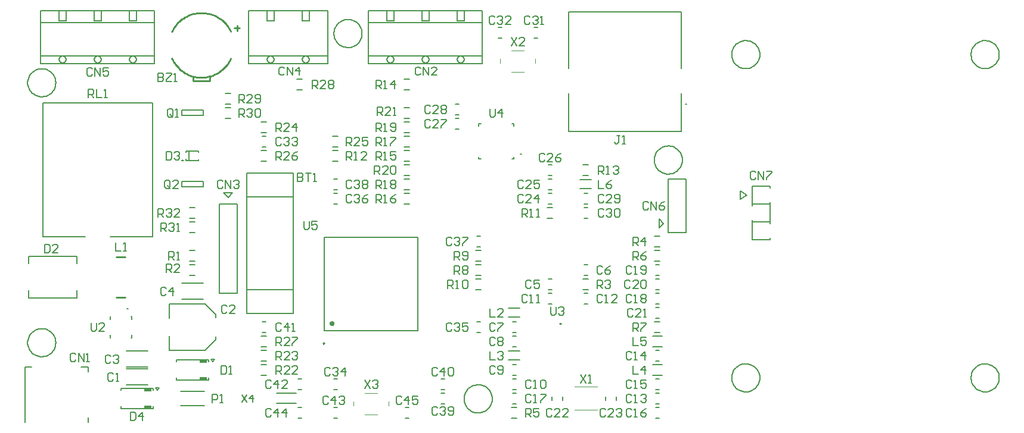
<source format=gto>
G04*
G04 #@! TF.GenerationSoftware,Altium Limited,Altium Designer,22.11.1 (43)*
G04*
G04 Layer_Color=65535*
%FSLAX26Y26*%
%MOIN*%
G70*
G04*
G04 #@! TF.SameCoordinates,D133BA17-E144-49A8-921F-F672E643092A*
G04*
G04*
G04 #@! TF.FilePolarity,Positive*
G04*
G01*
G75*
%ADD10C,0.007874*%
%ADD11C,0.005000*%
%ADD12C,0.010000*%
%ADD13C,0.004000*%
%ADD14R,0.040000X0.020000*%
G54D10*
X3763976Y1810079D02*
X3756102D01*
X3763976D01*
X2840748Y1531102D02*
X2832874D01*
X2840748D01*
X641339Y664528D02*
X633465D01*
X641339D01*
X1738189Y538189D02*
X2261811D01*
Y1061811D01*
X1738189D02*
X2261811D01*
X1738189Y538189D02*
Y1061811D01*
G54D11*
X1653543Y2058268D02*
X1650906Y2068110D01*
X1643701Y2075315D01*
X1633858Y2077953D01*
X1624016Y2075315D01*
X1616811Y2068110D01*
X1614173Y2058268D01*
X1616811Y2048425D01*
X1624016Y2041220D01*
X1633858Y2038583D01*
X1643701Y2041220D01*
X1650906Y2048425D01*
X1653543Y2058268D01*
X1456693D02*
X1454056Y2068110D01*
X1446850Y2075315D01*
X1437008Y2077953D01*
X1427165Y2075315D01*
X1419960Y2068110D01*
X1417323Y2058268D01*
X1419960Y2048425D01*
X1427165Y2041220D01*
X1437008Y2038583D01*
X1446850Y2041220D01*
X1454056Y2048425D01*
X1456693Y2058268D01*
X2125984D02*
X2123347Y2068110D01*
X2116142Y2075315D01*
X2106299Y2077953D01*
X2096457Y2075315D01*
X2089251Y2068110D01*
X2086614Y2058268D01*
X2089251Y2048425D01*
X2096457Y2041220D01*
X2106299Y2038583D01*
X2116142Y2041220D01*
X2123347Y2048425D01*
X2125984Y2058268D01*
X2519685D02*
X2517048Y2068110D01*
X2509843Y2075315D01*
X2500000Y2077953D01*
X2490157Y2075315D01*
X2482952Y2068110D01*
X2480315Y2058268D01*
X2482952Y2048425D01*
X2490157Y2041220D01*
X2500000Y2038583D01*
X2509843Y2041220D01*
X2517048Y2048425D01*
X2519685Y2058268D01*
X2322835D02*
X2320197Y2068110D01*
X2312992Y2075315D01*
X2303150Y2077953D01*
X2293307Y2075315D01*
X2286102Y2068110D01*
X2283465Y2058268D01*
X2286102Y2048425D01*
X2293307Y2041220D01*
X2303150Y2038583D01*
X2312992Y2041220D01*
X2320197Y2048425D01*
X2322835Y2058268D01*
X489685D02*
X487048Y2068110D01*
X479842Y2075315D01*
X470000Y2077953D01*
X460158Y2075315D01*
X452952Y2068110D01*
X450315Y2058268D01*
X452952Y2048425D01*
X460158Y2041220D01*
X470000Y2038583D01*
X479842Y2041220D01*
X487048Y2048425D01*
X489685Y2058268D01*
X686535D02*
X683898Y2068110D01*
X676693Y2075315D01*
X666850Y2077953D01*
X657008Y2075315D01*
X649803Y2068110D01*
X647165Y2058268D01*
X649803Y2048425D01*
X657008Y2041220D01*
X666850Y2038583D01*
X676693Y2041220D01*
X683898Y2048425D01*
X686535Y2058268D01*
X292835D02*
X290197Y2068110D01*
X282992Y2075315D01*
X273150Y2077953D01*
X263307Y2075315D01*
X256102Y2068110D01*
X253465Y2058268D01*
X256102Y2048425D01*
X263307Y2041220D01*
X273150Y2038583D01*
X282992Y2041220D01*
X290197Y2048425D01*
X292835Y2058268D01*
X5511811Y275591D02*
X5511165Y285660D01*
X5509236Y295563D01*
X5506056Y305139D01*
X5501679Y314230D01*
X5496174Y322686D01*
X5489634Y330369D01*
X5482165Y337152D01*
X5473889Y342925D01*
X5464944Y347592D01*
X5455475Y351076D01*
X5445638Y353322D01*
X5435595Y354290D01*
X5425510Y353967D01*
X5415550Y352357D01*
X5405877Y349486D01*
X5396650Y345402D01*
X5388022Y340171D01*
X5380134Y333880D01*
X5373114Y326632D01*
X5367080Y318546D01*
X5362128Y309755D01*
X5358342Y300402D01*
X5355783Y290642D01*
X5354493Y280635D01*
Y270546D01*
X5355783Y260539D01*
X5358342Y250779D01*
X5362128Y241427D01*
X5367080Y232635D01*
X5373114Y224549D01*
X5380134Y217301D01*
X5388022Y211010D01*
X5396650Y205780D01*
X5405877Y201695D01*
X5415550Y198825D01*
X5425510Y197214D01*
X5435595Y196891D01*
X5445638Y197860D01*
X5455475Y200105D01*
X5464944Y203589D01*
X5473889Y208256D01*
X5482164Y214029D01*
X5489634Y220812D01*
X5496174Y228495D01*
X5501679Y236951D01*
X5506056Y246042D01*
X5509236Y255618D01*
X5511165Y265521D01*
X5511811Y275590D01*
X4173228Y275591D02*
X4172582Y285660D01*
X4170653Y295563D01*
X4167474Y305139D01*
X4163096Y314230D01*
X4157592Y322686D01*
X4151051Y330369D01*
X4143582Y337152D01*
X4135306Y342925D01*
X4126361Y347592D01*
X4116892Y351076D01*
X4107055Y353322D01*
X4097012Y354290D01*
X4086927Y353967D01*
X4076967Y352357D01*
X4067294Y349486D01*
X4058068Y345402D01*
X4049440Y340171D01*
X4041551Y333880D01*
X4034532Y326632D01*
X4028497Y318546D01*
X4023546Y309755D01*
X4019759Y300402D01*
X4017200Y290642D01*
X4015910Y280635D01*
Y270546D01*
X4017200Y260539D01*
X4019759Y250779D01*
X4023546Y241427D01*
X4028497Y232635D01*
X4034532Y224549D01*
X4041551Y217301D01*
X4049440Y211010D01*
X4058068Y205780D01*
X4067294Y201695D01*
X4076967Y198825D01*
X4086927Y197214D01*
X4097012Y196891D01*
X4107055Y197860D01*
X4116892Y200105D01*
X4126361Y203589D01*
X4135306Y208256D01*
X4143582Y214029D01*
X4151051Y220812D01*
X4157592Y228495D01*
X4163096Y236951D01*
X4167474Y246042D01*
X4170653Y255618D01*
X4172582Y265521D01*
X4173228Y275590D01*
X5511811Y2086614D02*
X5511165Y2096683D01*
X5509236Y2106587D01*
X5506056Y2116163D01*
X5501679Y2125253D01*
X5496174Y2133709D01*
X5489634Y2141392D01*
X5482165Y2148176D01*
X5473889Y2153948D01*
X5464944Y2158615D01*
X5455475Y2162100D01*
X5445638Y2164345D01*
X5435595Y2165314D01*
X5425510Y2164991D01*
X5415550Y2163380D01*
X5405877Y2160509D01*
X5396650Y2156425D01*
X5388022Y2151195D01*
X5380134Y2144904D01*
X5373114Y2137656D01*
X5367080Y2129570D01*
X5362128Y2120778D01*
X5358342Y2111426D01*
X5355783Y2101666D01*
X5354493Y2091659D01*
Y2081569D01*
X5355783Y2071562D01*
X5358342Y2061802D01*
X5362128Y2052450D01*
X5367080Y2043659D01*
X5373114Y2035573D01*
X5380134Y2028325D01*
X5388022Y2022034D01*
X5396650Y2016803D01*
X5405877Y2012719D01*
X5415550Y2009848D01*
X5425510Y2008238D01*
X5435595Y2007915D01*
X5445638Y2008883D01*
X5455475Y2011129D01*
X5464944Y2014613D01*
X5473889Y2019280D01*
X5482164Y2025053D01*
X5489634Y2031836D01*
X5496174Y2039519D01*
X5501679Y2047975D01*
X5506056Y2057065D01*
X5509236Y2066641D01*
X5511165Y2076545D01*
X5511811Y2086614D01*
X4173228Y2086614D02*
X4172582Y2096683D01*
X4170653Y2106587D01*
X4167474Y2116163D01*
X4163096Y2125253D01*
X4157592Y2133709D01*
X4151051Y2141392D01*
X4143582Y2148176D01*
X4135306Y2153948D01*
X4126361Y2158615D01*
X4116892Y2162100D01*
X4107055Y2164345D01*
X4097012Y2165314D01*
X4086927Y2164991D01*
X4076967Y2163380D01*
X4067294Y2160509D01*
X4058068Y2156425D01*
X4049440Y2151195D01*
X4041551Y2144904D01*
X4034532Y2137656D01*
X4028497Y2129570D01*
X4023546Y2120778D01*
X4019759Y2111426D01*
X4017200Y2101666D01*
X4015910Y2091659D01*
Y2081569D01*
X4017200Y2071562D01*
X4019759Y2061802D01*
X4023546Y2052450D01*
X4028497Y2043659D01*
X4034532Y2035573D01*
X4041551Y2028325D01*
X4049440Y2022034D01*
X4058068Y2016803D01*
X4067294Y2012719D01*
X4076967Y2009848D01*
X4086927Y2008238D01*
X4097012Y2007915D01*
X4107055Y2008883D01*
X4116892Y2011129D01*
X4126361Y2014613D01*
X4135306Y2019280D01*
X4143582Y2025053D01*
X4151051Y2031836D01*
X4157592Y2039519D01*
X4163096Y2047975D01*
X4167474Y2057065D01*
X4170653Y2066641D01*
X4172582Y2076545D01*
X4173228Y2086614D01*
X2677165Y157480D02*
X2676519Y167549D01*
X2674590Y177453D01*
X2671411Y187029D01*
X2667033Y196119D01*
X2661529Y204576D01*
X2654988Y212258D01*
X2647519Y219042D01*
X2639244Y224814D01*
X2630298Y229481D01*
X2620829Y232966D01*
X2610992Y235211D01*
X2600949Y236180D01*
X2590864Y235857D01*
X2580904Y234246D01*
X2571231Y231375D01*
X2562005Y227291D01*
X2553377Y222061D01*
X2545488Y215770D01*
X2538469Y208522D01*
X2532434Y200436D01*
X2527483Y191644D01*
X2523696Y182292D01*
X2521137Y172532D01*
X2519847Y162525D01*
Y152435D01*
X2521137Y142428D01*
X2523696Y132669D01*
X2527483Y123316D01*
X2532434Y114525D01*
X2538469Y106439D01*
X2545488Y99191D01*
X2553377Y92900D01*
X2562005Y87669D01*
X2571231Y83585D01*
X2580904Y80714D01*
X2590864Y79104D01*
X2600949Y78781D01*
X2610992Y79749D01*
X2620829Y81995D01*
X2630298Y85479D01*
X2639243Y90146D01*
X2647519Y95919D01*
X2654988Y102702D01*
X2661529Y110385D01*
X2667033Y118841D01*
X2671411Y127931D01*
X2674590Y137507D01*
X2676519Y147411D01*
X2677165Y157480D01*
X3740157Y1496063D02*
X3739511Y1506132D01*
X3737582Y1516036D01*
X3734403Y1525612D01*
X3730025Y1534702D01*
X3724521Y1543158D01*
X3717980Y1550841D01*
X3710511Y1557625D01*
X3702236Y1563397D01*
X3693290Y1568064D01*
X3683821Y1571549D01*
X3673984Y1573794D01*
X3663941Y1574763D01*
X3653856Y1574439D01*
X3643896Y1572829D01*
X3634223Y1569958D01*
X3624997Y1565874D01*
X3616369Y1560643D01*
X3608480Y1554353D01*
X3601461Y1547105D01*
X3595426Y1539018D01*
X3590475Y1530227D01*
X3586689Y1520875D01*
X3584129Y1511115D01*
X3582839Y1501108D01*
Y1491018D01*
X3584129Y1481011D01*
X3586689Y1471251D01*
X3590475Y1461899D01*
X3595426Y1453108D01*
X3601461Y1445021D01*
X3608480Y1437773D01*
X3616369Y1431483D01*
X3624997Y1426252D01*
X3634223Y1422168D01*
X3643896Y1419297D01*
X3653856Y1417687D01*
X3663941Y1417363D01*
X3673984Y1418332D01*
X3683821Y1420577D01*
X3693290Y1424062D01*
X3702235Y1428729D01*
X3710511Y1434501D01*
X3717980Y1441285D01*
X3724521Y1448967D01*
X3730025Y1457424D01*
X3734403Y1466514D01*
X3737582Y1476090D01*
X3739511Y1485994D01*
X3740157Y1496063D01*
X1948819Y2204724D02*
X1948172Y2214794D01*
X1946244Y2224697D01*
X1943064Y2234273D01*
X1938687Y2243364D01*
X1933182Y2251820D01*
X1926642Y2259503D01*
X1919172Y2266286D01*
X1910897Y2272059D01*
X1901951Y2276725D01*
X1892483Y2280210D01*
X1882646Y2282455D01*
X1872602Y2283424D01*
X1862518Y2283101D01*
X1852557Y2281490D01*
X1842885Y2278620D01*
X1833658Y2274535D01*
X1825030Y2269305D01*
X1817142Y2263014D01*
X1810122Y2255766D01*
X1804088Y2247680D01*
X1799136Y2238889D01*
X1795350Y2229536D01*
X1792791Y2219776D01*
X1791500Y2209769D01*
Y2199680D01*
X1792791Y2189673D01*
X1795350Y2179913D01*
X1799136Y2170560D01*
X1804088Y2161769D01*
X1810122Y2153683D01*
X1817142Y2146435D01*
X1825030Y2140144D01*
X1833658Y2134913D01*
X1842885Y2130829D01*
X1852557Y2127958D01*
X1862518Y2126348D01*
X1872602Y2126025D01*
X1882646Y2126994D01*
X1892482Y2129239D01*
X1901951Y2132723D01*
X1910897Y2137390D01*
X1919172Y2143163D01*
X1926642Y2149946D01*
X1933182Y2157629D01*
X1938686Y2166085D01*
X1943064Y2175176D01*
X1946244Y2184751D01*
X1948172Y2194655D01*
X1948819Y2204724D01*
X236220Y1929134D02*
X235574Y1939203D01*
X233645Y1949107D01*
X230466Y1958682D01*
X226088Y1967773D01*
X220584Y1976229D01*
X214043Y1983912D01*
X206574Y1990696D01*
X198299Y1996468D01*
X189353Y2001135D01*
X179884Y2004620D01*
X170047Y2006865D01*
X160004Y2007834D01*
X149919Y2007510D01*
X139959Y2005900D01*
X130286Y2003029D01*
X121060Y1998945D01*
X112432Y1993714D01*
X104543Y1987424D01*
X97524Y1980176D01*
X91489Y1972089D01*
X86538Y1963298D01*
X82751Y1953946D01*
X80192Y1944186D01*
X78902Y1934179D01*
Y1924089D01*
X80192Y1914082D01*
X82751Y1904322D01*
X86538Y1894970D01*
X91489Y1886178D01*
X97524Y1878092D01*
X104543Y1870844D01*
X112432Y1864553D01*
X121060Y1859323D01*
X130286Y1855239D01*
X139959Y1852368D01*
X149919Y1850758D01*
X160004Y1850434D01*
X170047Y1851403D01*
X179884Y1853648D01*
X189353Y1857133D01*
X198298Y1861800D01*
X206574Y1867572D01*
X214043Y1874356D01*
X220584Y1882038D01*
X226088Y1890495D01*
X230466Y1899585D01*
X233645Y1909161D01*
X235574Y1919065D01*
X236220Y1929134D01*
Y472441D02*
X235574Y482510D01*
X233645Y492414D01*
X230466Y501990D01*
X226088Y511080D01*
X220584Y519536D01*
X214043Y527219D01*
X206574Y534003D01*
X198299Y539775D01*
X189353Y544442D01*
X179884Y547927D01*
X170047Y550172D01*
X160004Y551141D01*
X149919Y550817D01*
X139959Y549207D01*
X130286Y546336D01*
X121060Y542252D01*
X112432Y537021D01*
X104543Y530731D01*
X97524Y523482D01*
X91489Y515396D01*
X86538Y506605D01*
X82751Y497253D01*
X80192Y487493D01*
X78902Y477486D01*
Y467396D01*
X80192Y457389D01*
X82751Y447629D01*
X86538Y438277D01*
X91489Y429485D01*
X97524Y421399D01*
X104543Y414151D01*
X112432Y407860D01*
X121060Y402630D01*
X130286Y398546D01*
X139959Y395675D01*
X149919Y394065D01*
X160004Y393741D01*
X170047Y394710D01*
X179884Y396955D01*
X189353Y400440D01*
X198298Y405107D01*
X206574Y410879D01*
X214043Y417663D01*
X220584Y425345D01*
X226088Y433801D01*
X230466Y442892D01*
X233645Y452468D01*
X235574Y462372D01*
X236220Y472441D01*
X1740158Y469291D02*
X1732284D01*
X1740158D01*
X1741788D02*
X1733437Y474113D01*
Y464469D01*
X1741788Y469291D01*
X1789032Y583465D02*
X1780681Y588286D01*
Y578643D01*
X1789032Y583465D01*
X1783465Y579528D02*
X1775591D01*
X1783465D01*
X1785095D02*
X1776744Y584349D01*
Y574706D01*
X1785095Y579528D01*
X1788331D02*
X1783929Y587152D01*
X1775126D01*
X1770724Y579528D01*
X1775126Y571904D01*
X1783929D01*
X1788331Y579528D01*
X1790663D02*
X1786470Y588234D01*
X1777050Y590384D01*
X1769495Y584359D01*
Y574696D01*
X1777050Y568671D01*
X1786470Y570822D01*
X1790663Y579528D01*
X62835Y26535D02*
Y337559D01*
X417165Y26535D02*
X417165Y54094D01*
Y310000D02*
Y337559D01*
X62835D02*
X102205D01*
X377795D02*
X417165D01*
X3735000Y2010079D02*
Y2327008D01*
Y1654567D02*
Y1870079D01*
X3105079Y1654567D02*
X3735000D01*
X3105079D02*
Y1870079D01*
Y2010079D02*
Y2327008D01*
X3735000D01*
X940000Y715000D02*
X1060000D01*
X940000Y805000D02*
X1060000D01*
X630000Y335000D02*
X750000D01*
X630000Y425000D02*
X750000D01*
X630000Y235000D02*
X750000D01*
X630000Y325000D02*
X750000D01*
X870000Y611000D02*
Y690000D01*
Y430000D02*
Y509000D01*
X1130000Y613000D02*
Y630079D01*
Y489921D02*
Y507000D01*
X1070079Y430079D02*
X1129921Y489921D01*
X870079Y430079D02*
X1070079D01*
Y689921D02*
X1129921Y630079D01*
X870079Y689921D02*
X1070079D01*
X1303071Y636299D02*
Y1423701D01*
X1562913Y636299D02*
Y1423701D01*
X1303071Y636299D02*
X1562913D01*
X1303071Y1423701D02*
X1562913D01*
X1303071Y770158D02*
X1562913D01*
X1303071Y1289842D02*
X1562913D01*
X4063497Y1277059D02*
Y1322941D01*
Y1277059D02*
X4101732Y1300000D01*
X4063497Y1322941D02*
X4101732Y1300000D01*
X4230079Y1140000D02*
Y1260000D01*
X4131654Y1240000D02*
Y1349213D01*
Y1050787D02*
Y1160000D01*
Y1349213D02*
X4230079D01*
Y1340000D02*
Y1349213D01*
X4131654Y1050787D02*
X4230079D01*
Y1060000D01*
X4131654Y1250000D02*
X4230079D01*
X4131654Y1150000D02*
X4230079D01*
X2910000Y2240000D02*
X2930000D01*
X2910000Y2180000D02*
X2930000D01*
X2710000D02*
X2730000D01*
X2710000Y2240000D02*
X2730000D01*
X1314961Y2034646D02*
X1755906D01*
X1314961Y2333858D02*
X1755906D01*
X1314961Y2034646D02*
Y2333858D01*
X1755906Y2034646D02*
Y2333858D01*
X1315433Y2077953D02*
X1755433D01*
X1653543Y2274803D02*
Y2333858D01*
X1614173Y2274803D02*
X1653543D01*
X1614173D02*
Y2333858D01*
X1456693Y2274803D02*
Y2333858D01*
X1417323Y2274803D02*
X1456693D01*
X1417323D02*
Y2333858D01*
X1984252Y2077953D02*
X2622047D01*
Y2264961D02*
Y2333858D01*
X2519685Y2274803D02*
Y2333858D01*
X2480315Y2274803D02*
X2519685D01*
X2480315D02*
Y2333858D01*
X2322835Y2274803D02*
Y2333858D01*
X2283465Y2274803D02*
Y2333858D01*
X2086614Y2274803D02*
Y2333858D01*
Y2274803D02*
X2125984D01*
Y2333858D01*
X1984252Y2264961D02*
Y2333858D01*
X2283465Y2274803D02*
X2322835D01*
X1984252Y2333858D02*
X2622047Y2333858D01*
X1984252Y2264961D02*
X2622047Y2264961D01*
X1984252Y2034646D02*
Y2264961D01*
Y2034646D02*
X2622047D01*
Y2264961D01*
X788898Y2034646D02*
Y2264961D01*
X151102Y2034646D02*
X788898D01*
X151102D02*
Y2264961D01*
X788898Y2264961D01*
X151102Y2333858D02*
X788898Y2333858D01*
X450315Y2274803D02*
X489685D01*
X151102Y2264961D02*
Y2333858D01*
X292835Y2274803D02*
Y2333858D01*
X253465Y2274803D02*
X292835D01*
X253465D02*
Y2333858D01*
X450315Y2274803D02*
Y2333858D01*
X489685Y2274803D02*
Y2333858D01*
X647165Y2274803D02*
Y2333858D01*
Y2274803D02*
X686535D01*
Y2333858D01*
X788898Y2264961D02*
Y2333858D01*
X151102Y2077953D02*
X788898D01*
X162913Y1065355D02*
X399134D01*
X540866D02*
X777087D01*
Y1817323D01*
X162913D02*
X777087D01*
X162913Y1065355D02*
Y1817323D01*
X2601575Y1698425D02*
X2613189D01*
X2601575Y1501575D02*
X2613189D01*
X2786811Y1698425D02*
X2798425D01*
X2786811Y1501575D02*
X2798425D01*
X2601575Y1686811D02*
Y1698425D01*
Y1501575D02*
Y1513189D01*
X2798425Y1686811D02*
Y1698425D01*
Y1501575D02*
Y1513189D01*
X354941Y723760D02*
Y765197D01*
X85059Y723760D02*
X354941D01*
X85059D02*
Y765197D01*
X354941Y914803D02*
Y956240D01*
X85059D02*
X354941D01*
X85059Y914803D02*
Y956240D01*
X3660000Y1390000D02*
X3760000D01*
X3660000Y1090000D02*
Y1390000D01*
X3760000Y1090000D02*
Y1390000D01*
X3660000Y1090000D02*
X3760000D01*
X3610000Y1115000D02*
X3635000Y1140000D01*
X3610000Y1115000D02*
Y1165000D01*
X3635000Y1140000D01*
X1105000Y380000D02*
X1115000Y365000D01*
X1125000Y380000D01*
X1105000D02*
X1125000D01*
X1090551Y365000D02*
Y377480D01*
Y262520D02*
Y275000D01*
X909449Y262520D02*
Y275000D01*
Y365000D02*
Y377480D01*
Y262520D02*
X1090551D01*
X909449Y377480D02*
X1090551D01*
X599449Y217480D02*
X780551D01*
X599449Y102520D02*
X780551D01*
X599449Y205000D02*
Y217480D01*
Y102520D02*
Y115000D01*
X780551Y102520D02*
Y115000D01*
Y205000D02*
Y217480D01*
X795000Y220000D02*
X815000D01*
X805000Y205000D02*
X815000Y220000D01*
X795000D02*
X805000Y205000D01*
X1150000Y750000D02*
X1250000D01*
Y1250000D01*
X1150000Y750000D02*
Y1250000D01*
X1250000D01*
X1175000Y1312500D02*
X1200000Y1287500D01*
X1175000Y1312500D02*
X1225000D01*
X1200000Y1287500D02*
X1225000Y1312500D01*
X2185000Y1950000D02*
X2215000D01*
X2185000Y1890000D02*
X2215000D01*
X2470000Y1730000D02*
X2490000D01*
X2470000Y1670000D02*
X2490000D01*
X2470000Y1810000D02*
X2490000D01*
X2470000Y1750000D02*
X2490000D01*
X1785000Y1490000D02*
X1815000D01*
X1785000Y1550000D02*
X1815000D01*
X1390000Y1570000D02*
X1410000D01*
X1390000Y1630000D02*
X1410000D01*
X1385000Y1710000D02*
X1415000D01*
X1385000Y1650000D02*
X1415000D01*
X1385000Y1490000D02*
X1415000D01*
X1385000Y1550000D02*
X1415000D01*
X1785000Y1630000D02*
X1815000D01*
X1785000Y1570000D02*
X1815000D01*
X2985000Y1230000D02*
X3015000D01*
X2985000Y1170000D02*
X3015000D01*
X2990000Y1250000D02*
X3010000D01*
X2990000Y1310000D02*
X3010000D01*
X3190000Y1230000D02*
X3210000D01*
X3190000Y1170000D02*
X3210000D01*
X3190000Y1310000D02*
X3210000D01*
X3190000Y1250000D02*
X3210000D01*
X3185000Y1410000D02*
X3215000D01*
X3185000Y1470000D02*
X3215000D01*
X2585000Y830000D02*
X2615000D01*
X2585000Y770000D02*
X2615000D01*
X2585000Y910000D02*
X2615000D01*
X2585000Y850000D02*
X2615000D01*
X2585000Y990000D02*
X2615000D01*
X2585000Y930000D02*
X2615000D01*
X1385000Y450000D02*
X1415000D01*
X1385000Y510000D02*
X1415000D01*
X2990000Y1410000D02*
X3010000D01*
X2990000Y1470000D02*
X3010000D01*
X2990000Y1330000D02*
X3010000D01*
X2990000Y1390000D02*
X3010000D01*
X3168504Y1385000D02*
X3231496D01*
X3168504Y1335000D02*
X3231496D01*
X2183543Y1390000D02*
X2213543D01*
X2183543Y1330000D02*
X2213543D01*
X2185000Y1310000D02*
X2215000D01*
X2185000Y1250000D02*
X2215000D01*
X2185000Y1630000D02*
X2215000D01*
X2185000Y1570000D02*
X2215000D01*
X2183543Y1470000D02*
X2213543D01*
X2183543Y1410000D02*
X2213543D01*
X2185000Y1550000D02*
X2215000D01*
X2185000Y1490000D02*
X2215000D01*
X2185000Y1790000D02*
X2215000D01*
X2185000Y1730000D02*
X2215000D01*
X2185000Y1710000D02*
X2215000D01*
X2185000Y1650000D02*
X2215000D01*
X1585000Y1950000D02*
X1615000D01*
X1585000Y1890000D02*
X1615000D01*
X1385000Y430000D02*
X1415000D01*
X1385000Y370000D02*
X1415000D01*
X1385000Y350000D02*
X1415000D01*
X1385000Y290000D02*
X1415000D01*
X940000Y1745000D02*
Y1775000D01*
X1060000D01*
Y1745000D02*
Y1775000D01*
X940000Y1745000D02*
X1060000D01*
X1185000Y1790000D02*
X1215000D01*
X1185000Y1730000D02*
X1215000D01*
X1185000Y1810000D02*
X1215000D01*
X1185000Y1870000D02*
X1215000D01*
X985000Y990000D02*
X1015000D01*
X985000Y930000D02*
X1015000D01*
X2590000Y590000D02*
X2610000D01*
X2590000Y530000D02*
X2610000D01*
X2390000Y210000D02*
X2410000D01*
X2390000Y270000D02*
X2410000D01*
X2390000Y190000D02*
X2410000D01*
X2390000Y130000D02*
X2410000D01*
X2190000Y110000D02*
X2210000D01*
X2190000Y50000D02*
X2210000D01*
X1790000Y110000D02*
X1810000D01*
X1790000Y50000D02*
X1810000D01*
X1469000Y131457D02*
X1581000D01*
X1469000Y188543D02*
X1581000D01*
X1790000Y270000D02*
X1810000D01*
X1790000Y210000D02*
X1810000D01*
X2590000Y1010000D02*
X2610000D01*
X2590000Y1070000D02*
X2610000D01*
X1790000Y1330000D02*
X1810000D01*
X1790000Y1390000D02*
X1810000D01*
X1590000Y110000D02*
X1610000D01*
X1590000Y50000D02*
X1610000D01*
X1790000Y1250000D02*
X1810000D01*
X1790000Y1310000D02*
X1810000D01*
X985000Y1090000D02*
X1015000D01*
X985000Y1150000D02*
X1015000D01*
X540945Y619055D02*
X541732D01*
X658268D02*
X659055D01*
X540945Y500945D02*
Y515905D01*
Y604095D02*
Y619055D01*
Y500945D02*
X541732D01*
X658268D02*
X659055D01*
Y515905D01*
Y604095D02*
Y619055D01*
X985000Y910000D02*
X1015000D01*
X985000Y850000D02*
X1015000D01*
X933071Y120630D02*
X1066929D01*
X933071Y199370D02*
X1066929D01*
X981000Y1493000D02*
Y1547559D01*
X964567D02*
X1035433D01*
X964567Y1492441D02*
X1035433D01*
X945500Y1496500D02*
X950500Y1491500D01*
X940500D02*
X950500D01*
X940500D02*
X945500Y1496500D01*
X1035433Y1540000D02*
Y1547559D01*
Y1492441D02*
Y1501000D01*
X964567Y1492441D02*
Y1502000D01*
Y1540000D02*
Y1547559D01*
X940000Y1345000D02*
Y1375000D01*
X1060000D01*
Y1345000D02*
Y1375000D01*
X940000Y1345000D02*
X1060000D01*
X985000Y1230000D02*
X1015000D01*
X985000Y1170000D02*
X1015000D01*
X2785000Y50000D02*
X2815000D01*
X2785000Y110000D02*
X2815000D01*
X3585000Y1070000D02*
X3615000D01*
X3585000Y1010000D02*
X3615000D01*
X3590000Y430000D02*
X3610000D01*
X3590000Y370000D02*
X3610000D01*
X3590000Y210000D02*
X3610000D01*
X3590000Y270000D02*
X3610000D01*
X3590000Y750000D02*
X3610000D01*
X3590000Y690000D02*
X3610000D01*
X3585000Y990000D02*
X3615000D01*
X3585000Y930000D02*
X3615000D01*
X3190000Y910000D02*
X3210000D01*
X3190000Y850000D02*
X3210000D01*
X3590000Y110000D02*
X3610000D01*
X3590000Y50000D02*
X3610000D01*
X3590000Y130000D02*
X3610000D01*
X3590000Y190000D02*
X3610000D01*
X3590000Y910000D02*
X3610000D01*
X3590000Y850000D02*
X3610000D01*
X3590000Y830000D02*
X3610000D01*
X3590000Y770000D02*
X3610000D01*
X3585000Y590000D02*
X3615000D01*
X3585000Y530000D02*
X3615000D01*
X3590000Y670000D02*
X3610000D01*
X3590000Y610000D02*
X3610000D01*
X3572441Y350000D02*
X3627559D01*
X3572441Y290000D02*
X3627559D01*
X3572441Y510000D02*
X3627559D01*
X3572441Y450000D02*
X3627559D01*
X2790000Y130000D02*
X2810000D01*
X2790000Y190000D02*
X2810000D01*
X2790000Y350000D02*
X2810000D01*
X2790000Y290000D02*
X2810000D01*
X2790000Y210000D02*
X2810000D01*
X2790000Y270000D02*
X2810000D01*
X2790000Y590000D02*
X2810000D01*
X2790000Y530000D02*
X2810000D01*
X2790000Y450000D02*
X2810000D01*
X2790000Y510000D02*
X2810000D01*
X2768504Y665000D02*
X2831496D01*
X2768504Y615000D02*
X2831496D01*
X2768504Y375000D02*
X2831496D01*
X2768504Y425000D02*
X2831496D01*
X3370000Y150000D02*
Y170000D01*
X3310000Y150000D02*
Y170000D01*
X3010000Y150000D02*
Y170000D01*
X3070000Y150000D02*
Y170000D01*
X3185000Y770000D02*
X3215000D01*
X3185000Y830000D02*
X3215000D01*
X3190000Y750000D02*
X3210000D01*
X3190000Y690000D02*
X3210000D01*
X2990000Y770000D02*
X3010000D01*
X2990000Y830000D02*
X3010000D01*
X2990000Y690000D02*
X3010000D01*
X2990000Y750000D02*
X3010000D01*
X1390000Y530000D02*
X1410000D01*
X1390000Y590000D02*
X1410000D01*
X1590000Y210000D02*
X1610000D01*
X1590000Y270000D02*
X1610000D01*
X3390000Y1632493D02*
X3375005D01*
X3382502D01*
Y1595005D01*
X3375005Y1587507D01*
X3367507D01*
X3360010Y1595005D01*
X3404995Y1587507D02*
X3419990D01*
X3412493D01*
Y1632493D01*
X3404995Y1624995D01*
X417517Y1847507D02*
Y1892493D01*
X440010D01*
X447507Y1884995D01*
Y1870000D01*
X440010Y1862503D01*
X417517D01*
X432512D02*
X447507Y1847507D01*
X462502Y1892493D02*
Y1847507D01*
X492493D01*
X507488D02*
X522483D01*
X514986D01*
Y1892493D01*
X507488Y1884995D01*
X172512Y1022493D02*
Y977507D01*
X195005D01*
X202502Y985005D01*
Y1014995D01*
X195005Y1022493D01*
X172512D01*
X247488Y977507D02*
X217498D01*
X247488Y1007498D01*
Y1014995D01*
X239990Y1022493D01*
X224995D01*
X217498Y1014995D01*
X347507Y404995D02*
X340010Y412493D01*
X325014D01*
X317517Y404995D01*
Y375005D01*
X325014Y367507D01*
X340010D01*
X347507Y375005D01*
X362502Y367507D02*
Y412493D01*
X392493Y367507D01*
Y412493D01*
X407488Y367507D02*
X422483D01*
X414986D01*
Y412493D01*
X407488Y404995D01*
X652512Y82493D02*
Y37507D01*
X675005D01*
X682502Y45005D01*
Y74995D01*
X675005Y82493D01*
X652512D01*
X719990Y37507D02*
Y82493D01*
X697498Y60000D01*
X727488D01*
X4150010Y1424995D02*
X4142512Y1432493D01*
X4127517D01*
X4120019Y1424995D01*
Y1395005D01*
X4127517Y1387507D01*
X4142512D01*
X4150010Y1395005D01*
X4165005Y1387507D02*
Y1432493D01*
X4194995Y1387507D01*
Y1432493D01*
X4209990D02*
X4239981D01*
Y1424995D01*
X4209990Y1395005D01*
Y1387507D01*
X3550010Y1254995D02*
X3542512Y1262493D01*
X3527517D01*
X3520019Y1254995D01*
Y1225005D01*
X3527517Y1217507D01*
X3542512D01*
X3550010Y1225005D01*
X3565005Y1217507D02*
Y1262493D01*
X3594995Y1217507D01*
Y1262493D01*
X3639981D02*
X3624986Y1254995D01*
X3609990Y1240000D01*
Y1225005D01*
X3617488Y1217507D01*
X3632483D01*
X3639981Y1225005D01*
Y1232503D01*
X3632483Y1240000D01*
X3609990D01*
X2662512Y1782493D02*
Y1745005D01*
X2670010Y1737507D01*
X2685005D01*
X2692502Y1745005D01*
Y1782493D01*
X2729990Y1737507D02*
Y1782493D01*
X2707498Y1760000D01*
X2737488D01*
X542502Y394995D02*
X535005Y402493D01*
X520010D01*
X512512Y394995D01*
Y365005D01*
X520010Y357507D01*
X535005D01*
X542502Y365005D01*
X557498Y394995D02*
X564995Y402493D01*
X579990D01*
X587488Y394995D01*
Y387498D01*
X579990Y380000D01*
X572493D01*
X579990D01*
X587488Y372502D01*
Y365005D01*
X579990Y357507D01*
X564995D01*
X557498Y365005D01*
X1192502Y674995D02*
X1185005Y682493D01*
X1170010D01*
X1162512Y674995D01*
Y645005D01*
X1170010Y637507D01*
X1185005D01*
X1192502Y645005D01*
X1237488Y637507D02*
X1207498D01*
X1237488Y667498D01*
Y674995D01*
X1229990Y682493D01*
X1214995D01*
X1207498Y674995D01*
X1276678Y179994D02*
X1303335Y140006D01*
Y179994D02*
X1276678Y140006D01*
X1336658D02*
Y179994D01*
X1316665Y160000D01*
X1343323D01*
X1587517Y1422493D02*
Y1377507D01*
X1610010D01*
X1617507Y1385005D01*
Y1392503D01*
X1610010Y1400000D01*
X1587517D01*
X1610010D01*
X1617507Y1407498D01*
Y1414995D01*
X1610010Y1422493D01*
X1587517D01*
X1632502D02*
X1662493D01*
X1647498D01*
Y1377507D01*
X1677488D02*
X1692483D01*
X1684986D01*
Y1422493D01*
X1677488Y1414995D01*
X1962512Y262493D02*
X1992502Y217507D01*
Y262493D02*
X1962512Y217507D01*
X2007498Y254995D02*
X2014995Y262493D01*
X2029990D01*
X2037488Y254995D01*
Y247498D01*
X2029990Y240000D01*
X2022493D01*
X2029990D01*
X2037488Y232502D01*
Y225005D01*
X2029990Y217507D01*
X2014995D01*
X2007498Y225005D01*
X2782512Y2182493D02*
X2812502Y2137507D01*
Y2182493D02*
X2782512Y2137507D01*
X2857488D02*
X2827498D01*
X2857488Y2167498D01*
Y2174995D01*
X2849990Y2182493D01*
X2834995D01*
X2827498Y2174995D01*
X3170010Y292493D02*
X3200000Y247507D01*
Y292493D02*
X3170010Y247507D01*
X3214995D02*
X3229990D01*
X3222493D01*
Y292493D01*
X3214995Y284995D01*
X1622512Y1152493D02*
Y1115005D01*
X1630010Y1107507D01*
X1645005D01*
X1652502Y1115005D01*
Y1152493D01*
X1697488D02*
X1667498D01*
Y1130000D01*
X1682493Y1137498D01*
X1689990D01*
X1697488Y1130000D01*
Y1115005D01*
X1689990Y1107507D01*
X1674995D01*
X1667498Y1115005D01*
X3002512Y672493D02*
Y635005D01*
X3010010Y627507D01*
X3025005D01*
X3032502Y635005D01*
Y672493D01*
X3047498Y664995D02*
X3054995Y672493D01*
X3069990D01*
X3077488Y664995D01*
Y657498D01*
X3069990Y650000D01*
X3062493D01*
X3069990D01*
X3077488Y642503D01*
Y635005D01*
X3069990Y627507D01*
X3054995D01*
X3047498Y635005D01*
X432512Y582493D02*
Y545005D01*
X440010Y537507D01*
X455005D01*
X462502Y545005D01*
Y582493D01*
X507488Y537507D02*
X477498D01*
X507488Y567498D01*
Y574995D01*
X499990Y582493D01*
X484995D01*
X477498Y574995D01*
X808350Y1177507D02*
Y1222493D01*
X830843D01*
X838340Y1214995D01*
Y1200000D01*
X830843Y1192503D01*
X808350D01*
X823345D02*
X838340Y1177507D01*
X853336Y1214995D02*
X860833Y1222493D01*
X875828D01*
X883326Y1214995D01*
Y1207498D01*
X875828Y1200000D01*
X868331D01*
X875828D01*
X883326Y1192503D01*
Y1185005D01*
X875828Y1177507D01*
X860833D01*
X853336Y1185005D01*
X928311Y1177507D02*
X898321D01*
X928311Y1207498D01*
Y1214995D01*
X920814Y1222493D01*
X905819D01*
X898321Y1214995D01*
X823345Y1097507D02*
Y1142493D01*
X845838D01*
X853336Y1134995D01*
Y1120000D01*
X845838Y1112503D01*
X823345D01*
X838340D02*
X853336Y1097507D01*
X868331Y1134995D02*
X875828Y1142493D01*
X890823D01*
X898321Y1134995D01*
Y1127498D01*
X890823Y1120000D01*
X883326D01*
X890823D01*
X898321Y1112503D01*
Y1105005D01*
X890823Y1097507D01*
X875828D01*
X868331Y1105005D01*
X913316Y1097507D02*
X928311D01*
X920814D01*
Y1142493D01*
X913316Y1134995D01*
X1260019Y1737507D02*
Y1782493D01*
X1282512D01*
X1290010Y1774995D01*
Y1760000D01*
X1282512Y1752503D01*
X1260019D01*
X1275015D02*
X1290010Y1737507D01*
X1305005Y1774995D02*
X1312503Y1782493D01*
X1327498D01*
X1334995Y1774995D01*
Y1767498D01*
X1327498Y1760000D01*
X1320000D01*
X1327498D01*
X1334995Y1752503D01*
Y1745005D01*
X1327498Y1737507D01*
X1312503D01*
X1305005Y1745005D01*
X1349990Y1774995D02*
X1357488Y1782493D01*
X1372483D01*
X1379981Y1774995D01*
Y1745005D01*
X1372483Y1737507D01*
X1357488D01*
X1349990Y1745005D01*
Y1774995D01*
X1260019Y1817507D02*
Y1862493D01*
X1282512D01*
X1290010Y1854995D01*
Y1840000D01*
X1282512Y1832503D01*
X1260019D01*
X1275015D02*
X1290010Y1817507D01*
X1334995D02*
X1305005D01*
X1334995Y1847498D01*
Y1854995D01*
X1327498Y1862493D01*
X1312503D01*
X1305005Y1854995D01*
X1349990Y1825005D02*
X1357488Y1817507D01*
X1372483D01*
X1379981Y1825005D01*
Y1854995D01*
X1372483Y1862493D01*
X1357488D01*
X1349990Y1854995D01*
Y1847498D01*
X1357488Y1840000D01*
X1379981D01*
X1670019Y1897507D02*
Y1942493D01*
X1692512D01*
X1700010Y1934995D01*
Y1920000D01*
X1692512Y1912503D01*
X1670019D01*
X1685015D02*
X1700010Y1897507D01*
X1744995D02*
X1715005D01*
X1744995Y1927498D01*
Y1934995D01*
X1737498Y1942493D01*
X1722503D01*
X1715005Y1934995D01*
X1759990D02*
X1767488Y1942493D01*
X1782483D01*
X1789981Y1934995D01*
Y1927498D01*
X1782483Y1920000D01*
X1789981Y1912503D01*
Y1905005D01*
X1782483Y1897507D01*
X1767488D01*
X1759990Y1905005D01*
Y1912503D01*
X1767488Y1920000D01*
X1759990Y1927498D01*
Y1934995D01*
X1767488Y1920000D02*
X1782483D01*
X1467517Y457507D02*
Y502493D01*
X1490010D01*
X1497507Y494995D01*
Y480000D01*
X1490010Y472502D01*
X1467517D01*
X1482512D02*
X1497507Y457507D01*
X1542493D02*
X1512502D01*
X1542493Y487498D01*
Y494995D01*
X1534995Y502493D01*
X1520000D01*
X1512502Y494995D01*
X1557488Y502493D02*
X1587478D01*
Y494995D01*
X1557488Y465005D01*
Y457507D01*
X1466594Y1497507D02*
Y1542493D01*
X1489087D01*
X1496584Y1534995D01*
Y1520000D01*
X1489087Y1512503D01*
X1466594D01*
X1481589D02*
X1496584Y1497507D01*
X1541570D02*
X1511580D01*
X1541570Y1527498D01*
Y1534995D01*
X1534072Y1542493D01*
X1519077D01*
X1511580Y1534995D01*
X1586555Y1542493D02*
X1571560Y1534995D01*
X1556565Y1520000D01*
Y1505005D01*
X1564063Y1497507D01*
X1579058D01*
X1586555Y1505005D01*
Y1512503D01*
X1579058Y1520000D01*
X1556565D01*
X1860019Y1577507D02*
Y1622493D01*
X1882512D01*
X1890010Y1614995D01*
Y1600000D01*
X1882512Y1592503D01*
X1860019D01*
X1875015D02*
X1890010Y1577507D01*
X1934995D02*
X1905005D01*
X1934995Y1607498D01*
Y1614995D01*
X1927498Y1622493D01*
X1912503D01*
X1905005Y1614995D01*
X1979981Y1622493D02*
X1949990D01*
Y1600000D01*
X1964986Y1607498D01*
X1972483D01*
X1979981Y1600000D01*
Y1585005D01*
X1972483Y1577507D01*
X1957488D01*
X1949990Y1585005D01*
X1466594Y1657507D02*
Y1702493D01*
X1489087D01*
X1496584Y1694995D01*
Y1680000D01*
X1489087Y1672503D01*
X1466594D01*
X1481589D02*
X1496584Y1657507D01*
X1541570D02*
X1511580D01*
X1541570Y1687498D01*
Y1694995D01*
X1534072Y1702493D01*
X1519077D01*
X1511580Y1694995D01*
X1579058Y1657507D02*
Y1702493D01*
X1556565Y1680000D01*
X1586555D01*
X1467517Y377507D02*
Y422493D01*
X1490010D01*
X1497507Y414995D01*
Y400000D01*
X1490010Y392502D01*
X1467517D01*
X1482512D02*
X1497507Y377507D01*
X1542493D02*
X1512502D01*
X1542493Y407498D01*
Y414995D01*
X1534995Y422493D01*
X1520000D01*
X1512502Y414995D01*
X1557488D02*
X1564986Y422493D01*
X1579981D01*
X1587478Y414995D01*
Y407498D01*
X1579981Y400000D01*
X1572483D01*
X1579981D01*
X1587478Y392502D01*
Y385005D01*
X1579981Y377507D01*
X1564986D01*
X1557488Y385005D01*
X1467517Y297507D02*
Y342493D01*
X1490010D01*
X1497507Y334995D01*
Y320000D01*
X1490010Y312502D01*
X1467517D01*
X1482512D02*
X1497507Y297507D01*
X1542493D02*
X1512502D01*
X1542493Y327498D01*
Y334995D01*
X1534995Y342493D01*
X1520000D01*
X1512502Y334995D01*
X1587478Y297507D02*
X1557488D01*
X1587478Y327498D01*
Y334995D01*
X1579981Y342493D01*
X1564986D01*
X1557488Y334995D01*
X2033558Y1747507D02*
Y1792493D01*
X2056050D01*
X2063548Y1784995D01*
Y1770000D01*
X2056050Y1762503D01*
X2033558D01*
X2048553D02*
X2063548Y1747507D01*
X2108534D02*
X2078543D01*
X2108534Y1777498D01*
Y1784995D01*
X2101036Y1792493D01*
X2086041D01*
X2078543Y1784995D01*
X2123529Y1747507D02*
X2138524D01*
X2131026D01*
Y1792493D01*
X2123529Y1784995D01*
X2018563Y1417507D02*
Y1462493D01*
X2041055D01*
X2048553Y1454995D01*
Y1440000D01*
X2041055Y1432503D01*
X2018563D01*
X2033558D02*
X2048553Y1417507D01*
X2093539D02*
X2063548D01*
X2093539Y1447498D01*
Y1454995D01*
X2086041Y1462493D01*
X2071046D01*
X2063548Y1454995D01*
X2108534D02*
X2116031Y1462493D01*
X2131026D01*
X2138524Y1454995D01*
Y1425005D01*
X2131026Y1417507D01*
X2116031D01*
X2108534Y1425005D01*
Y1454995D01*
X2026060Y1657507D02*
Y1702493D01*
X2048553D01*
X2056051Y1694995D01*
Y1680000D01*
X2048553Y1672503D01*
X2026060D01*
X2041055D02*
X2056051Y1657507D01*
X2071046D02*
X2086041D01*
X2078543D01*
Y1702493D01*
X2071046Y1694995D01*
X2108534Y1665005D02*
X2116031Y1657507D01*
X2131026D01*
X2138524Y1665005D01*
Y1694995D01*
X2131026Y1702493D01*
X2116031D01*
X2108534Y1694995D01*
Y1687498D01*
X2116031Y1680000D01*
X2138524D01*
X2026060Y1337507D02*
Y1382493D01*
X2048553D01*
X2056051Y1374995D01*
Y1360000D01*
X2048553Y1352503D01*
X2026060D01*
X2041055D02*
X2056051Y1337507D01*
X2071046D02*
X2086041D01*
X2078543D01*
Y1382493D01*
X2071046Y1374995D01*
X2108534D02*
X2116031Y1382493D01*
X2131026D01*
X2138524Y1374995D01*
Y1367498D01*
X2131026Y1360000D01*
X2138524Y1352503D01*
Y1345005D01*
X2131026Y1337507D01*
X2116031D01*
X2108534Y1345005D01*
Y1352503D01*
X2116031Y1360000D01*
X2108534Y1367498D01*
Y1374995D01*
X2116031Y1360000D02*
X2131026D01*
X2026060Y1577507D02*
Y1622493D01*
X2048553D01*
X2056051Y1614995D01*
Y1600000D01*
X2048553Y1592503D01*
X2026060D01*
X2041055D02*
X2056051Y1577507D01*
X2071046D02*
X2086041D01*
X2078543D01*
Y1622493D01*
X2071046Y1614995D01*
X2108534Y1622493D02*
X2138524D01*
Y1614995D01*
X2108534Y1585005D01*
Y1577507D01*
X2026060Y1257507D02*
Y1302493D01*
X2048553D01*
X2056051Y1294995D01*
Y1280000D01*
X2048553Y1272503D01*
X2026060D01*
X2041055D02*
X2056051Y1257507D01*
X2071046D02*
X2086041D01*
X2078543D01*
Y1302493D01*
X2071046Y1294995D01*
X2138524Y1302493D02*
X2123529Y1294995D01*
X2108534Y1280000D01*
Y1265005D01*
X2116031Y1257507D01*
X2131026D01*
X2138524Y1265005D01*
Y1272503D01*
X2131026Y1280000D01*
X2108534D01*
X2026060Y1497507D02*
Y1542493D01*
X2048553D01*
X2056051Y1534995D01*
Y1520000D01*
X2048553Y1512503D01*
X2026060D01*
X2041055D02*
X2056051Y1497507D01*
X2071046D02*
X2086041D01*
X2078543D01*
Y1542493D01*
X2071046Y1534995D01*
X2138524Y1542493D02*
X2108534D01*
Y1520000D01*
X2123529Y1527498D01*
X2131026D01*
X2138524Y1520000D01*
Y1505005D01*
X2131026Y1497507D01*
X2116031D01*
X2108534Y1505005D01*
X2026060Y1897507D02*
Y1942493D01*
X2048553D01*
X2056051Y1934995D01*
Y1920000D01*
X2048553Y1912503D01*
X2026060D01*
X2041055D02*
X2056051Y1897507D01*
X2071046D02*
X2086041D01*
X2078543D01*
Y1942493D01*
X2071046Y1934995D01*
X2131026Y1897507D02*
Y1942493D01*
X2108534Y1920000D01*
X2138524D01*
X3270019Y1417507D02*
Y1462493D01*
X3292512D01*
X3300010Y1454995D01*
Y1440000D01*
X3292512Y1432503D01*
X3270019D01*
X3285015D02*
X3300010Y1417507D01*
X3315005D02*
X3330000D01*
X3322503D01*
Y1462493D01*
X3315005Y1454995D01*
X3352493D02*
X3359990Y1462493D01*
X3374985D01*
X3382483Y1454995D01*
Y1447498D01*
X3374985Y1440000D01*
X3367488D01*
X3374985D01*
X3382483Y1432503D01*
Y1425005D01*
X3374985Y1417507D01*
X3359990D01*
X3352493Y1425005D01*
X1860019Y1497507D02*
Y1542493D01*
X1882512D01*
X1890010Y1534995D01*
Y1520000D01*
X1882512Y1512503D01*
X1860019D01*
X1875015D02*
X1890010Y1497507D01*
X1905005D02*
X1920000D01*
X1912503D01*
Y1542493D01*
X1905005Y1534995D01*
X1972483Y1497507D02*
X1942493D01*
X1972483Y1527498D01*
Y1534995D01*
X1964986Y1542493D01*
X1949990D01*
X1942493Y1534995D01*
X2842512Y1177507D02*
Y1222493D01*
X2865005D01*
X2872502Y1214995D01*
Y1200000D01*
X2865005Y1192503D01*
X2842512D01*
X2857507D02*
X2872502Y1177507D01*
X2887498D02*
X2902493D01*
X2894995D01*
Y1222493D01*
X2887498Y1214995D01*
X2924985Y1177507D02*
X2939981D01*
X2932483D01*
Y1222493D01*
X2924985Y1214995D01*
X2427517Y777507D02*
Y822493D01*
X2450010D01*
X2457507Y814995D01*
Y800000D01*
X2450010Y792503D01*
X2427517D01*
X2442512D02*
X2457507Y777507D01*
X2472503D02*
X2487498D01*
X2480000D01*
Y822493D01*
X2472503Y814995D01*
X2509990D02*
X2517488Y822493D01*
X2532483D01*
X2539981Y814995D01*
Y785005D01*
X2532483Y777507D01*
X2517488D01*
X2509990Y785005D01*
Y814995D01*
X2465005Y937507D02*
Y982493D01*
X2487498D01*
X2494995Y974995D01*
Y960000D01*
X2487498Y952503D01*
X2465005D01*
X2480000D02*
X2494995Y937507D01*
X2509990Y945005D02*
X2517488Y937507D01*
X2532483D01*
X2539981Y945005D01*
Y974995D01*
X2532483Y982493D01*
X2517488D01*
X2509990Y974995D01*
Y967498D01*
X2517488Y960000D01*
X2539981D01*
X2465005Y857507D02*
Y902493D01*
X2487498D01*
X2494995Y894995D01*
Y880000D01*
X2487498Y872503D01*
X2465005D01*
X2480000D02*
X2494995Y857507D01*
X2509990Y894995D02*
X2517488Y902493D01*
X2532483D01*
X2539981Y894995D01*
Y887498D01*
X2532483Y880000D01*
X2539981Y872503D01*
Y865005D01*
X2532483Y857507D01*
X2517488D01*
X2509990Y865005D01*
Y872503D01*
X2517488Y880000D01*
X2509990Y887498D01*
Y894995D01*
X2517488Y880000D02*
X2532483D01*
X3463339Y537507D02*
Y582493D01*
X3485831D01*
X3493329Y574995D01*
Y560000D01*
X3485831Y552503D01*
X3463339D01*
X3478334D02*
X3493329Y537507D01*
X3508324Y582493D02*
X3538314D01*
Y574995D01*
X3508324Y545005D01*
Y537507D01*
X3463339Y937507D02*
Y982493D01*
X3485831D01*
X3493329Y974995D01*
Y960000D01*
X3485831Y952503D01*
X3463339D01*
X3478334D02*
X3493329Y937507D01*
X3538314Y982493D02*
X3523319Y974995D01*
X3508324Y960000D01*
Y945005D01*
X3515822Y937507D01*
X3530817D01*
X3538314Y945005D01*
Y952503D01*
X3530817Y960000D01*
X3508324D01*
X2863768Y57507D02*
Y102493D01*
X2886261D01*
X2893758Y94995D01*
Y80000D01*
X2886261Y72502D01*
X2863768D01*
X2878763D02*
X2893758Y57507D01*
X2938744Y102493D02*
X2908754D01*
Y80000D01*
X2923749Y87498D01*
X2931246D01*
X2938744Y80000D01*
Y65005D01*
X2931246Y57507D01*
X2916251D01*
X2908754Y65005D01*
X3463339Y1017507D02*
Y1062493D01*
X3485831D01*
X3493329Y1054995D01*
Y1040000D01*
X3485831Y1032503D01*
X3463339D01*
X3478334D02*
X3493329Y1017507D01*
X3530817D02*
Y1062493D01*
X3508324Y1040000D01*
X3538314D01*
X3262512Y777507D02*
Y822493D01*
X3285005D01*
X3292502Y814995D01*
Y800000D01*
X3285005Y792503D01*
X3262512D01*
X3277507D02*
X3292502Y777507D01*
X3307498Y814995D02*
X3314995Y822493D01*
X3329990D01*
X3337488Y814995D01*
Y807498D01*
X3329990Y800000D01*
X3322493D01*
X3329990D01*
X3337488Y792503D01*
Y785005D01*
X3329990Y777507D01*
X3314995D01*
X3307498Y785005D01*
X853336Y867507D02*
Y912493D01*
X875828D01*
X883326Y904995D01*
Y890000D01*
X875828Y882503D01*
X853336D01*
X868331D02*
X883326Y867507D01*
X928311D02*
X898321D01*
X928311Y897498D01*
Y904995D01*
X920814Y912493D01*
X905819D01*
X898321Y904995D01*
X868331Y937507D02*
Y982493D01*
X890823D01*
X898321Y974995D01*
Y960000D01*
X890823Y952503D01*
X868331D01*
X883326D02*
X898321Y937507D01*
X913316D02*
X928311D01*
X920814D01*
Y982493D01*
X913316Y974995D01*
X875005Y1345005D02*
Y1374995D01*
X867507Y1382493D01*
X852512D01*
X845015Y1374995D01*
Y1345005D01*
X852512Y1337507D01*
X867507D01*
X860010Y1352503D02*
X875005Y1337507D01*
X867507D02*
X875005Y1345005D01*
X919990Y1337507D02*
X890000D01*
X919990Y1367498D01*
Y1374995D01*
X912493Y1382493D01*
X897498D01*
X890000Y1374995D01*
X890000Y1745005D02*
Y1774995D01*
X882502Y1782493D01*
X867507D01*
X860010Y1774995D01*
Y1745005D01*
X867507Y1737507D01*
X882502D01*
X875005Y1752503D02*
X890000Y1737507D01*
X882502D02*
X890000Y1745005D01*
X904995Y1737507D02*
X919990D01*
X912493D01*
Y1782493D01*
X904995Y1774995D01*
X1110010Y137507D02*
Y182493D01*
X1132502D01*
X1140000Y174995D01*
Y160000D01*
X1132502Y152502D01*
X1110010D01*
X1154995Y137507D02*
X1169990D01*
X1162493D01*
Y182493D01*
X1154995Y174995D01*
X3270019Y1382493D02*
Y1337507D01*
X3300010D01*
X3344995Y1382493D02*
X3330000Y1374995D01*
X3315005Y1360000D01*
Y1345005D01*
X3322503Y1337507D01*
X3337498D01*
X3344995Y1345005D01*
Y1352503D01*
X3337498Y1360000D01*
X3315005D01*
X3463339Y502493D02*
Y457507D01*
X3493329D01*
X3538314Y502493D02*
X3508324D01*
Y480000D01*
X3523319Y487498D01*
X3530817D01*
X3538314Y480000D01*
Y465005D01*
X3530817Y457507D01*
X3515822D01*
X3508324Y465005D01*
X3463339Y342493D02*
Y297507D01*
X3493329D01*
X3530817D02*
Y342493D01*
X3508324Y320000D01*
X3538314D01*
X2662512Y422493D02*
Y377507D01*
X2692502D01*
X2707498Y414995D02*
X2714995Y422493D01*
X2729990D01*
X2737488Y414995D01*
Y407498D01*
X2729990Y400000D01*
X2722493D01*
X2729990D01*
X2737488Y392502D01*
Y385005D01*
X2729990Y377507D01*
X2714995D01*
X2707498Y385005D01*
X2662512Y662493D02*
Y617507D01*
X2692502D01*
X2737488D02*
X2707498D01*
X2737488Y647498D01*
Y654995D01*
X2729990Y662493D01*
X2714995D01*
X2707498Y654995D01*
X570010Y1032493D02*
Y987507D01*
X600000D01*
X614995D02*
X629990D01*
X622493D01*
Y1032493D01*
X614995Y1024995D01*
X853336Y1542493D02*
Y1497507D01*
X875828D01*
X883326Y1505005D01*
Y1534995D01*
X875828Y1542493D01*
X853336D01*
X898321Y1534995D02*
X905819Y1542493D01*
X920814D01*
X928311Y1534995D01*
Y1527498D01*
X920814Y1520000D01*
X913316D01*
X920814D01*
X928311Y1512503D01*
Y1505005D01*
X920814Y1497507D01*
X905819D01*
X898321Y1505005D01*
X1160010Y342493D02*
Y297507D01*
X1182502D01*
X1190000Y305005D01*
Y334995D01*
X1182502Y342493D01*
X1160010D01*
X1204995Y297507D02*
X1219990D01*
X1212493D01*
Y342493D01*
X1204995Y334995D01*
X440010Y2004995D02*
X432512Y2012493D01*
X417517D01*
X410019Y2004995D01*
Y1975005D01*
X417517Y1967507D01*
X432512D01*
X440010Y1975005D01*
X455005Y1967507D02*
Y2012493D01*
X484995Y1967507D01*
Y2012493D01*
X529981D02*
X499990D01*
Y1990000D01*
X514986Y1997498D01*
X522483D01*
X529981Y1990000D01*
Y1975005D01*
X522483Y1967507D01*
X507488D01*
X499990Y1975005D01*
X1515443Y2009995D02*
X1507945Y2017493D01*
X1492950D01*
X1485453Y2009995D01*
Y1980005D01*
X1492950Y1972507D01*
X1507945D01*
X1515443Y1980005D01*
X1530438Y1972507D02*
Y2017493D01*
X1560428Y1972507D01*
Y2017493D01*
X1597916Y1972507D02*
Y2017493D01*
X1575424Y1995000D01*
X1605414D01*
X1170010Y1374995D02*
X1162512Y1382493D01*
X1147517D01*
X1140019Y1374995D01*
Y1345005D01*
X1147517Y1337507D01*
X1162512D01*
X1170010Y1345005D01*
X1185005Y1337507D02*
Y1382493D01*
X1214995Y1337507D01*
Y1382493D01*
X1229990Y1374995D02*
X1237488Y1382493D01*
X1252483D01*
X1259981Y1374995D01*
Y1367498D01*
X1252483Y1360000D01*
X1244986D01*
X1252483D01*
X1259981Y1352503D01*
Y1345005D01*
X1252483Y1337507D01*
X1237488D01*
X1229990Y1345005D01*
X2276309Y2009995D02*
X2268811Y2017493D01*
X2253816D01*
X2246319Y2009995D01*
Y1980005D01*
X2253816Y1972507D01*
X2268811D01*
X2276309Y1980005D01*
X2291304Y1972507D02*
Y2017493D01*
X2321294Y1972507D01*
Y2017493D01*
X2366280Y1972507D02*
X2336290D01*
X2366280Y2002498D01*
Y2009995D01*
X2358782Y2017493D01*
X2343787D01*
X2336290Y2009995D01*
X2170010Y164995D02*
X2162512Y172493D01*
X2147517D01*
X2140019Y164995D01*
Y135005D01*
X2147517Y127507D01*
X2162512D01*
X2170010Y135005D01*
X2207498Y127507D02*
Y172493D01*
X2185005Y150000D01*
X2214995D01*
X2259981Y172493D02*
X2229990D01*
Y150000D01*
X2244986Y157498D01*
X2252483D01*
X2259981Y150000D01*
Y135005D01*
X2252483Y127507D01*
X2237488D01*
X2229990Y135005D01*
X1440010Y94995D02*
X1432512Y102493D01*
X1417517D01*
X1410019Y94995D01*
Y65005D01*
X1417517Y57507D01*
X1432512D01*
X1440010Y65005D01*
X1477498Y57507D02*
Y102493D01*
X1455005Y80000D01*
X1484995D01*
X1522483Y57507D02*
Y102493D01*
X1499990Y80000D01*
X1529981D01*
X1760010Y164995D02*
X1752512Y172493D01*
X1737517D01*
X1730019Y164995D01*
Y135005D01*
X1737517Y127507D01*
X1752512D01*
X1760010Y135005D01*
X1797498Y127507D02*
Y172493D01*
X1775005Y150000D01*
X1804995D01*
X1819990Y164995D02*
X1827488Y172493D01*
X1842483D01*
X1849981Y164995D01*
Y157498D01*
X1842483Y150000D01*
X1834986D01*
X1842483D01*
X1849981Y142502D01*
Y135005D01*
X1842483Y127507D01*
X1827488D01*
X1819990Y135005D01*
X1440010Y254995D02*
X1432512Y262493D01*
X1417517D01*
X1410019Y254995D01*
Y225005D01*
X1417517Y217507D01*
X1432512D01*
X1440010Y225005D01*
X1477498Y217507D02*
Y262493D01*
X1455005Y240000D01*
X1484995D01*
X1529981Y217507D02*
X1499990D01*
X1529981Y247498D01*
Y254995D01*
X1522483Y262493D01*
X1507488D01*
X1499990Y254995D01*
X1497507Y574995D02*
X1490010Y582493D01*
X1475014D01*
X1467517Y574995D01*
Y545005D01*
X1475014Y537507D01*
X1490010D01*
X1497507Y545005D01*
X1534995Y537507D02*
Y582493D01*
X1512502Y560000D01*
X1542493D01*
X1557488Y537507D02*
X1572483D01*
X1564986D01*
Y582493D01*
X1557488Y574995D01*
X2370010Y324995D02*
X2362512Y332493D01*
X2347517D01*
X2340019Y324995D01*
Y295005D01*
X2347517Y287507D01*
X2362512D01*
X2370010Y295005D01*
X2407498Y287507D02*
Y332493D01*
X2385005Y310000D01*
X2414995D01*
X2429990Y324995D02*
X2437488Y332493D01*
X2452483D01*
X2459981Y324995D01*
Y295005D01*
X2452483Y287507D01*
X2437488D01*
X2429990Y295005D01*
Y324995D01*
X2370010Y104995D02*
X2362512Y112493D01*
X2347517D01*
X2340019Y104995D01*
Y75005D01*
X2347517Y67507D01*
X2362512D01*
X2370010Y75005D01*
X2385005Y104995D02*
X2392503Y112493D01*
X2407498D01*
X2414995Y104995D01*
Y97498D01*
X2407498Y90000D01*
X2400000D01*
X2407498D01*
X2414995Y82502D01*
Y75005D01*
X2407498Y67507D01*
X2392503D01*
X2385005Y75005D01*
X2429990D02*
X2437488Y67507D01*
X2452483D01*
X2459981Y75005D01*
Y104995D01*
X2452483Y112493D01*
X2437488D01*
X2429990Y104995D01*
Y97498D01*
X2437488Y90000D01*
X2459981D01*
X1890010Y1374995D02*
X1882512Y1382493D01*
X1867517D01*
X1860019Y1374995D01*
Y1345005D01*
X1867517Y1337507D01*
X1882512D01*
X1890010Y1345005D01*
X1905005Y1374995D02*
X1912503Y1382493D01*
X1927498D01*
X1934995Y1374995D01*
Y1367498D01*
X1927498Y1360000D01*
X1920000D01*
X1927498D01*
X1934995Y1352503D01*
Y1345005D01*
X1927498Y1337507D01*
X1912503D01*
X1905005Y1345005D01*
X1949990Y1374995D02*
X1957488Y1382493D01*
X1972483D01*
X1979981Y1374995D01*
Y1367498D01*
X1972483Y1360000D01*
X1979981Y1352503D01*
Y1345005D01*
X1972483Y1337507D01*
X1957488D01*
X1949990Y1345005D01*
Y1352503D01*
X1957488Y1360000D01*
X1949990Y1367498D01*
Y1374995D01*
X1957488Y1360000D02*
X1972483D01*
X2450010Y1054995D02*
X2442512Y1062493D01*
X2427517D01*
X2420019Y1054995D01*
Y1025005D01*
X2427517Y1017507D01*
X2442512D01*
X2450010Y1025005D01*
X2465005Y1054995D02*
X2472503Y1062493D01*
X2487498D01*
X2494995Y1054995D01*
Y1047498D01*
X2487498Y1040000D01*
X2480000D01*
X2487498D01*
X2494995Y1032503D01*
Y1025005D01*
X2487498Y1017507D01*
X2472503D01*
X2465005Y1025005D01*
X2509990Y1062493D02*
X2539981D01*
Y1054995D01*
X2509990Y1025005D01*
Y1017507D01*
X1890010Y1294995D02*
X1882512Y1302493D01*
X1867517D01*
X1860019Y1294995D01*
Y1265005D01*
X1867517Y1257507D01*
X1882512D01*
X1890010Y1265005D01*
X1905005Y1294995D02*
X1912503Y1302493D01*
X1927498D01*
X1934995Y1294995D01*
Y1287498D01*
X1927498Y1280000D01*
X1920000D01*
X1927498D01*
X1934995Y1272503D01*
Y1265005D01*
X1927498Y1257507D01*
X1912503D01*
X1905005Y1265005D01*
X1979981Y1302493D02*
X1964986Y1294995D01*
X1949990Y1280000D01*
Y1265005D01*
X1957488Y1257507D01*
X1972483D01*
X1979981Y1265005D01*
Y1272503D01*
X1972483Y1280000D01*
X1949990D01*
X2450010Y574995D02*
X2442512Y582493D01*
X2427517D01*
X2420019Y574995D01*
Y545005D01*
X2427517Y537507D01*
X2442512D01*
X2450010Y545005D01*
X2465005Y574995D02*
X2472503Y582493D01*
X2487498D01*
X2494995Y574995D01*
Y567498D01*
X2487498Y560000D01*
X2480000D01*
X2487498D01*
X2494995Y552503D01*
Y545005D01*
X2487498Y537507D01*
X2472503D01*
X2465005Y545005D01*
X2539981Y582493D02*
X2509990D01*
Y560000D01*
X2524986Y567498D01*
X2532483D01*
X2539981Y560000D01*
Y545005D01*
X2532483Y537507D01*
X2517488D01*
X2509990Y545005D01*
X1770010Y324995D02*
X1762512Y332493D01*
X1747517D01*
X1740019Y324995D01*
Y295005D01*
X1747517Y287507D01*
X1762512D01*
X1770010Y295005D01*
X1785005Y324995D02*
X1792503Y332493D01*
X1807498D01*
X1814995Y324995D01*
Y317498D01*
X1807498Y310000D01*
X1800000D01*
X1807498D01*
X1814995Y302502D01*
Y295005D01*
X1807498Y287507D01*
X1792503D01*
X1785005Y295005D01*
X1852483Y287507D02*
Y332493D01*
X1829990Y310000D01*
X1859981D01*
X1496584Y1614995D02*
X1489087Y1622493D01*
X1474092D01*
X1466594Y1614995D01*
Y1585005D01*
X1474092Y1577507D01*
X1489087D01*
X1496584Y1585005D01*
X1511580Y1614995D02*
X1519077Y1622493D01*
X1534072D01*
X1541570Y1614995D01*
Y1607498D01*
X1534072Y1600000D01*
X1526575D01*
X1534072D01*
X1541570Y1592503D01*
Y1585005D01*
X1534072Y1577507D01*
X1519077D01*
X1511580Y1585005D01*
X1556565Y1614995D02*
X1564063Y1622493D01*
X1579058D01*
X1586555Y1614995D01*
Y1607498D01*
X1579058Y1600000D01*
X1571560D01*
X1579058D01*
X1586555Y1592503D01*
Y1585005D01*
X1579058Y1577507D01*
X1564063D01*
X1556565Y1585005D01*
X2690010Y2294995D02*
X2682512Y2302493D01*
X2667517D01*
X2660019Y2294995D01*
Y2265005D01*
X2667517Y2257507D01*
X2682512D01*
X2690010Y2265005D01*
X2705005Y2294995D02*
X2712503Y2302493D01*
X2727498D01*
X2734995Y2294995D01*
Y2287498D01*
X2727498Y2280000D01*
X2720000D01*
X2727498D01*
X2734995Y2272503D01*
Y2265005D01*
X2727498Y2257507D01*
X2712503D01*
X2705005Y2265005D01*
X2779981Y2257507D02*
X2749990D01*
X2779981Y2287498D01*
Y2294995D01*
X2772483Y2302493D01*
X2757488D01*
X2749990Y2294995D01*
X2887507D02*
X2880010Y2302493D01*
X2865015D01*
X2857517Y2294995D01*
Y2265005D01*
X2865015Y2257507D01*
X2880010D01*
X2887507Y2265005D01*
X2902502Y2294995D02*
X2910000Y2302493D01*
X2924995D01*
X2932493Y2294995D01*
Y2287498D01*
X2924995Y2280000D01*
X2917498D01*
X2924995D01*
X2932493Y2272503D01*
Y2265005D01*
X2924995Y2257507D01*
X2910000D01*
X2902502Y2265005D01*
X2947488Y2257507D02*
X2962483D01*
X2954985D01*
Y2302493D01*
X2947488Y2294995D01*
X3300010Y1214995D02*
X3292512Y1222493D01*
X3277517D01*
X3270019Y1214995D01*
Y1185005D01*
X3277517Y1177507D01*
X3292512D01*
X3300010Y1185005D01*
X3315005Y1214995D02*
X3322503Y1222493D01*
X3337498D01*
X3344995Y1214995D01*
Y1207498D01*
X3337498Y1200000D01*
X3330000D01*
X3337498D01*
X3344995Y1192503D01*
Y1185005D01*
X3337498Y1177507D01*
X3322503D01*
X3315005Y1185005D01*
X3359990Y1214995D02*
X3367488Y1222493D01*
X3382483D01*
X3389981Y1214995D01*
Y1185005D01*
X3382483Y1177507D01*
X3367488D01*
X3359990Y1185005D01*
Y1214995D01*
X3300010Y1294995D02*
X3292512Y1302493D01*
X3277517D01*
X3270019Y1294995D01*
Y1265005D01*
X3277517Y1257507D01*
X3292512D01*
X3300010Y1265005D01*
X3344995Y1257507D02*
X3315005D01*
X3344995Y1287498D01*
Y1294995D01*
X3337498Y1302493D01*
X3322503D01*
X3315005Y1294995D01*
X3359990Y1265005D02*
X3367488Y1257507D01*
X3382483D01*
X3389981Y1265005D01*
Y1294995D01*
X3382483Y1302493D01*
X3367488D01*
X3359990Y1294995D01*
Y1287498D01*
X3367488Y1280000D01*
X3389981D01*
X2330010Y1794995D02*
X2322512Y1802493D01*
X2307517D01*
X2300019Y1794995D01*
Y1765005D01*
X2307517Y1757507D01*
X2322512D01*
X2330010Y1765005D01*
X2374995Y1757507D02*
X2345005D01*
X2374995Y1787498D01*
Y1794995D01*
X2367498Y1802493D01*
X2352503D01*
X2345005Y1794995D01*
X2389990D02*
X2397488Y1802493D01*
X2412483D01*
X2419981Y1794995D01*
Y1787498D01*
X2412483Y1780000D01*
X2419981Y1772503D01*
Y1765005D01*
X2412483Y1757507D01*
X2397488D01*
X2389990Y1765005D01*
Y1772503D01*
X2397488Y1780000D01*
X2389990Y1787498D01*
Y1794995D01*
X2397488Y1780000D02*
X2412483D01*
X2330010Y1714995D02*
X2322512Y1722493D01*
X2307517D01*
X2300019Y1714995D01*
Y1685005D01*
X2307517Y1677507D01*
X2322512D01*
X2330010Y1685005D01*
X2374995Y1677507D02*
X2345005D01*
X2374995Y1707498D01*
Y1714995D01*
X2367498Y1722493D01*
X2352503D01*
X2345005Y1714995D01*
X2389990Y1722493D02*
X2419981D01*
Y1714995D01*
X2389990Y1685005D01*
Y1677507D01*
X2970010Y1524995D02*
X2962512Y1532493D01*
X2947517D01*
X2940019Y1524995D01*
Y1495005D01*
X2947517Y1487507D01*
X2962512D01*
X2970010Y1495005D01*
X3014995Y1487507D02*
X2985005D01*
X3014995Y1517498D01*
Y1524995D01*
X3007498Y1532493D01*
X2992503D01*
X2985005Y1524995D01*
X3059981Y1532493D02*
X3044986Y1524995D01*
X3029990Y1510000D01*
Y1495005D01*
X3037488Y1487507D01*
X3052483D01*
X3059981Y1495005D01*
Y1502503D01*
X3052483Y1510000D01*
X3029990D01*
X2850010Y1374995D02*
X2842512Y1382493D01*
X2827517D01*
X2820019Y1374995D01*
Y1345005D01*
X2827517Y1337507D01*
X2842512D01*
X2850010Y1345005D01*
X2894995Y1337507D02*
X2865005D01*
X2894995Y1367498D01*
Y1374995D01*
X2887498Y1382493D01*
X2872503D01*
X2865005Y1374995D01*
X2939981Y1382493D02*
X2909990D01*
Y1360000D01*
X2924986Y1367498D01*
X2932483D01*
X2939981Y1360000D01*
Y1345005D01*
X2932483Y1337507D01*
X2917488D01*
X2909990Y1345005D01*
X2850010Y1294995D02*
X2842512Y1302493D01*
X2827517D01*
X2820019Y1294995D01*
Y1265005D01*
X2827517Y1257507D01*
X2842512D01*
X2850010Y1265005D01*
X2894995Y1257507D02*
X2865005D01*
X2894995Y1287498D01*
Y1294995D01*
X2887498Y1302493D01*
X2872503D01*
X2865005Y1294995D01*
X2932483Y1257507D02*
Y1302493D01*
X2909990Y1280000D01*
X2939981D01*
X3310010Y94995D02*
X3302512Y102493D01*
X3287517D01*
X3280019Y94995D01*
Y65005D01*
X3287517Y57507D01*
X3302512D01*
X3310010Y65005D01*
X3354995Y57507D02*
X3325005D01*
X3354995Y87498D01*
Y94995D01*
X3347498Y102493D01*
X3332503D01*
X3325005Y94995D01*
X3369990D02*
X3377488Y102493D01*
X3392483D01*
X3399981Y94995D01*
Y87498D01*
X3392483Y80000D01*
X3384986D01*
X3392483D01*
X3399981Y72502D01*
Y65005D01*
X3392483Y57507D01*
X3377488D01*
X3369990Y65005D01*
X3010010Y94995D02*
X3002512Y102493D01*
X2987517D01*
X2980019Y94995D01*
Y65005D01*
X2987517Y57507D01*
X3002512D01*
X3010010Y65005D01*
X3054995Y57507D02*
X3025005D01*
X3054995Y87498D01*
Y94995D01*
X3047498Y102493D01*
X3032503D01*
X3025005Y94995D01*
X3099981Y57507D02*
X3069990D01*
X3099981Y87498D01*
Y94995D01*
X3092483Y102493D01*
X3077488D01*
X3069990Y94995D01*
X3463339Y654995D02*
X3455841Y662493D01*
X3440846D01*
X3433348Y654995D01*
Y625005D01*
X3440846Y617507D01*
X3455841D01*
X3463339Y625005D01*
X3508324Y617507D02*
X3478334D01*
X3508324Y647498D01*
Y654995D01*
X3500827Y662493D01*
X3485831D01*
X3478334Y654995D01*
X3523319Y617507D02*
X3538314D01*
X3530817D01*
Y662493D01*
X3523319Y654995D01*
X3448343Y814995D02*
X3440846Y822493D01*
X3425851D01*
X3418353Y814995D01*
Y785005D01*
X3425851Y777507D01*
X3440846D01*
X3448343Y785005D01*
X3493329Y777507D02*
X3463339D01*
X3493329Y807498D01*
Y814995D01*
X3485831Y822493D01*
X3470836D01*
X3463339Y814995D01*
X3508324D02*
X3515822Y822493D01*
X3530817D01*
X3538314Y814995D01*
Y785005D01*
X3530817Y777507D01*
X3515822D01*
X3508324Y785005D01*
Y814995D01*
X3455841Y894995D02*
X3448343Y902493D01*
X3433348D01*
X3425851Y894995D01*
Y865005D01*
X3433348Y857507D01*
X3448343D01*
X3455841Y865005D01*
X3470836Y857507D02*
X3485831D01*
X3478334D01*
Y902493D01*
X3470836Y894995D01*
X3508324Y865005D02*
X3515822Y857507D01*
X3530817D01*
X3538314Y865005D01*
Y894995D01*
X3530817Y902493D01*
X3515822D01*
X3508324Y894995D01*
Y887498D01*
X3515822Y880000D01*
X3538314D01*
X3455841Y734995D02*
X3448343Y742493D01*
X3433348D01*
X3425851Y734995D01*
Y705005D01*
X3433348Y697507D01*
X3448343D01*
X3455841Y705005D01*
X3470836Y697507D02*
X3485831D01*
X3478334D01*
Y742493D01*
X3470836Y734995D01*
X3508324D02*
X3515822Y742493D01*
X3530817D01*
X3538314Y734995D01*
Y727498D01*
X3530817Y720000D01*
X3538314Y712503D01*
Y705005D01*
X3530817Y697507D01*
X3515822D01*
X3508324Y705005D01*
Y712503D01*
X3515822Y720000D01*
X3508324Y727498D01*
Y734995D01*
X3515822Y720000D02*
X3530817D01*
X2893758Y174995D02*
X2886261Y182493D01*
X2871266D01*
X2863768Y174995D01*
Y145005D01*
X2871266Y137507D01*
X2886261D01*
X2893758Y145005D01*
X2908754Y137507D02*
X2923749D01*
X2916251D01*
Y182493D01*
X2908754Y174995D01*
X2946242Y182493D02*
X2976232D01*
Y174995D01*
X2946242Y145005D01*
Y137507D01*
X3455841Y94995D02*
X3448343Y102493D01*
X3433348D01*
X3425851Y94995D01*
Y65005D01*
X3433348Y57507D01*
X3448343D01*
X3455841Y65005D01*
X3470836Y57507D02*
X3485831D01*
X3478334D01*
Y102493D01*
X3470836Y94995D01*
X3538314Y102493D02*
X3523319Y94995D01*
X3508324Y80000D01*
Y65005D01*
X3515822Y57507D01*
X3530817D01*
X3538314Y65005D01*
Y72502D01*
X3530817Y80000D01*
X3508324D01*
X3455841Y254995D02*
X3448343Y262493D01*
X3433348D01*
X3425851Y254995D01*
Y225005D01*
X3433348Y217507D01*
X3448343D01*
X3455841Y225005D01*
X3470836Y217507D02*
X3485831D01*
X3478334D01*
Y262493D01*
X3470836Y254995D01*
X3538314Y262493D02*
X3508324D01*
Y240000D01*
X3523319Y247498D01*
X3530817D01*
X3538314Y240000D01*
Y225005D01*
X3530817Y217507D01*
X3515822D01*
X3508324Y225005D01*
X3455841Y414995D02*
X3448343Y422493D01*
X3433348D01*
X3425851Y414995D01*
Y385005D01*
X3433348Y377507D01*
X3448343D01*
X3455841Y385005D01*
X3470836Y377507D02*
X3485831D01*
X3478334D01*
Y422493D01*
X3470836Y414995D01*
X3530817Y377507D02*
Y422493D01*
X3508324Y400000D01*
X3538314D01*
X3455841Y174995D02*
X3448343Y182493D01*
X3433348D01*
X3425851Y174995D01*
Y145005D01*
X3433348Y137507D01*
X3448343D01*
X3455841Y145005D01*
X3470836Y137507D02*
X3485831D01*
X3478334D01*
Y182493D01*
X3470836Y174995D01*
X3508324D02*
X3515822Y182493D01*
X3530817D01*
X3538314Y174995D01*
Y167498D01*
X3530817Y160000D01*
X3523319D01*
X3530817D01*
X3538314Y152502D01*
Y145005D01*
X3530817Y137507D01*
X3515822D01*
X3508324Y145005D01*
X3292502Y734995D02*
X3285005Y742493D01*
X3270010D01*
X3262512Y734995D01*
Y705005D01*
X3270010Y697507D01*
X3285005D01*
X3292502Y705005D01*
X3307498Y697507D02*
X3322493D01*
X3314995D01*
Y742493D01*
X3307498Y734995D01*
X3374976Y697507D02*
X3344985D01*
X3374976Y727498D01*
Y734995D01*
X3367478Y742493D01*
X3352483D01*
X3344985Y734995D01*
X2872506D02*
X2865008Y742493D01*
X2850013D01*
X2842515Y734995D01*
Y705005D01*
X2850013Y697507D01*
X2865008D01*
X2872506Y705005D01*
X2887501Y697507D02*
X2902496D01*
X2894998D01*
Y742493D01*
X2887501Y734995D01*
X2924989Y697507D02*
X2939984D01*
X2932486D01*
Y742493D01*
X2924989Y734995D01*
X2893758Y254995D02*
X2886261Y262493D01*
X2871266D01*
X2863768Y254995D01*
Y225005D01*
X2871266Y217507D01*
X2886261D01*
X2893758Y225005D01*
X2908754Y217507D02*
X2923749D01*
X2916251D01*
Y262493D01*
X2908754Y254995D01*
X2946242D02*
X2953739Y262493D01*
X2968734D01*
X2976232Y254995D01*
Y225005D01*
X2968734Y217507D01*
X2953739D01*
X2946242Y225005D01*
Y254995D01*
X2692502Y334995D02*
X2685005Y342493D01*
X2670010D01*
X2662512Y334995D01*
Y305005D01*
X2670010Y297507D01*
X2685005D01*
X2692502Y305005D01*
X2707498D02*
X2714995Y297507D01*
X2729990D01*
X2737488Y305005D01*
Y334995D01*
X2729990Y342493D01*
X2714995D01*
X2707498Y334995D01*
Y327498D01*
X2714995Y320000D01*
X2737488D01*
X2692502Y494995D02*
X2685005Y502493D01*
X2670010D01*
X2662512Y494995D01*
Y465005D01*
X2670010Y457507D01*
X2685005D01*
X2692502Y465005D01*
X2707498Y494995D02*
X2714995Y502493D01*
X2729990D01*
X2737488Y494995D01*
Y487498D01*
X2729990Y480000D01*
X2737488Y472502D01*
Y465005D01*
X2729990Y457507D01*
X2714995D01*
X2707498Y465005D01*
Y472502D01*
X2714995Y480000D01*
X2707498Y487498D01*
Y494995D01*
X2714995Y480000D02*
X2729990D01*
X2692502Y574995D02*
X2685005Y582493D01*
X2670010D01*
X2662512Y574995D01*
Y545005D01*
X2670010Y537507D01*
X2685005D01*
X2692502Y545005D01*
X2707498Y582493D02*
X2737488D01*
Y574995D01*
X2707498Y545005D01*
Y537507D01*
X3292502Y894995D02*
X3285005Y902493D01*
X3270010D01*
X3262512Y894995D01*
Y865005D01*
X3270010Y857507D01*
X3285005D01*
X3292502Y865005D01*
X3337488Y902493D02*
X3322493Y894995D01*
X3307498Y880000D01*
Y865005D01*
X3314995Y857507D01*
X3329990D01*
X3337488Y865005D01*
Y872503D01*
X3329990Y880000D01*
X3307498D01*
X2894998Y814995D02*
X2887501Y822493D01*
X2872506D01*
X2865008Y814995D01*
Y785005D01*
X2872506Y777507D01*
X2887501D01*
X2894998Y785005D01*
X2939984Y822493D02*
X2909994D01*
Y800000D01*
X2924989Y807498D01*
X2932486D01*
X2939984Y800000D01*
Y785005D01*
X2932486Y777507D01*
X2917491D01*
X2909994Y785005D01*
X852502Y774995D02*
X845005Y782493D01*
X830010D01*
X822512Y774995D01*
Y745005D01*
X830010Y737507D01*
X845005D01*
X852502Y745005D01*
X889990Y737507D02*
Y782493D01*
X867498Y760000D01*
X897488D01*
X557497Y294995D02*
X550000Y302493D01*
X535005D01*
X527507Y294995D01*
Y265005D01*
X535005Y257507D01*
X550000D01*
X557497Y265005D01*
X572493Y257507D02*
X587488D01*
X579990D01*
Y302493D01*
X572493Y294995D01*
X807517Y1982493D02*
Y1937507D01*
X830010D01*
X837507Y1945005D01*
Y1952503D01*
X830010Y1960000D01*
X807517D01*
X830010D01*
X837507Y1967498D01*
Y1974995D01*
X830010Y1982493D01*
X807517D01*
X852502D02*
X882493D01*
Y1974995D01*
X852502Y1945005D01*
Y1937507D01*
X882493D01*
X897488D02*
X912483D01*
X904986D01*
Y1982493D01*
X897488Y1974995D01*
G54D12*
X885292Y2064705D02*
X889744Y2055642D01*
X894695Y2046842D01*
X900128Y2038332D01*
X906027Y2030137D01*
X912374Y2022284D01*
X919148Y2014797D01*
X926329Y2007699D01*
X933895Y2001012D01*
X941822Y1994757D01*
X950084Y1988954D01*
X958658Y1983620D01*
X967515Y1978773D01*
X976629Y1974426D01*
X985971Y1970594D01*
X995511Y1967289D01*
X1005221Y1964521D01*
X1015071Y1962298D01*
X1025029Y1960627D01*
X1035064Y1959514D01*
X1045146Y1958963D01*
X1055244Y1958974D01*
X1065324Y1959547D01*
X1075357Y1960682D01*
X1085312Y1962373D01*
X1095156Y1964618D01*
X1104861Y1967407D01*
X1114394Y1970733D01*
X1123728Y1974584D01*
X1132832Y1978950D01*
X1141679Y1983817D01*
X1150241Y1989169D01*
X1158491Y1994990D01*
X1166404Y2001262D01*
X1173955Y2007965D01*
X1181121Y2015079D01*
X1187879Y2022581D01*
X1194209Y2030447D01*
X1200091Y2038655D01*
X1205505Y2047177D01*
X1210437Y2055988D01*
X1214870Y2065059D01*
X1214564Y2215610D02*
X1210098Y2224657D01*
X1205135Y2233440D01*
X1199691Y2241934D01*
X1193783Y2250112D01*
X1187428Y2257947D01*
X1180647Y2265417D01*
X1173460Y2272497D01*
X1165891Y2279167D01*
X1157961Y2285404D01*
X1149697Y2291191D01*
X1141123Y2296508D01*
X1132267Y2301339D01*
X1123155Y2305670D01*
X1113816Y2309486D01*
X1104279Y2312777D01*
X1094574Y2315531D01*
X1084730Y2317741D01*
X1074779Y2319399D01*
X1064750Y2320501D01*
X1054676Y2321042D01*
X1044588Y2321021D01*
X1034516Y2320439D01*
X1024492Y2319297D01*
X1014548Y2317598D01*
X1004713Y2315349D01*
X995019Y2312555D01*
X985495Y2309225D01*
X976172Y2305371D01*
X967078Y2301003D01*
X958241Y2296136D01*
X949689Y2290784D01*
X941448Y2284964D01*
X933544Y2278695D01*
X926002Y2271994D01*
X918844Y2264885D01*
X912093Y2257388D01*
X905771Y2249526D01*
X899895Y2241325D01*
X894486Y2232809D01*
X889559Y2224005D01*
X885130Y2214941D01*
X3059528Y578528D02*
X3053528D01*
X3059528D01*
X1002756Y1939213D02*
X1097244D01*
Y1965000D01*
X1002756Y1939213D02*
X1005000D01*
X1002756D02*
Y1965000D01*
X1250000Y2220000D02*
Y2250000D01*
X1235000Y2235000D02*
X1265000D01*
X575000Y725827D02*
X625000D01*
X575000Y954173D02*
X625000D01*
G54D13*
X2784567Y1990945D02*
X2855433D01*
X2784567Y2109055D02*
X2855433D01*
X2721575Y2038189D02*
Y2061811D01*
X2918425Y2038189D02*
Y2061811D01*
X2098425Y118189D02*
Y141811D01*
X1901575Y118189D02*
Y141811D01*
X1964567Y189055D02*
X2035433D01*
X1964567Y70945D02*
X2035433D01*
X3137008Y225000D02*
X3262992D01*
X3137008Y95000D02*
X3262992D01*
G54D14*
X1060000Y270000D02*
D03*
Y370000D02*
D03*
X749999Y210000D02*
D03*
Y110000D02*
D03*
M02*

</source>
